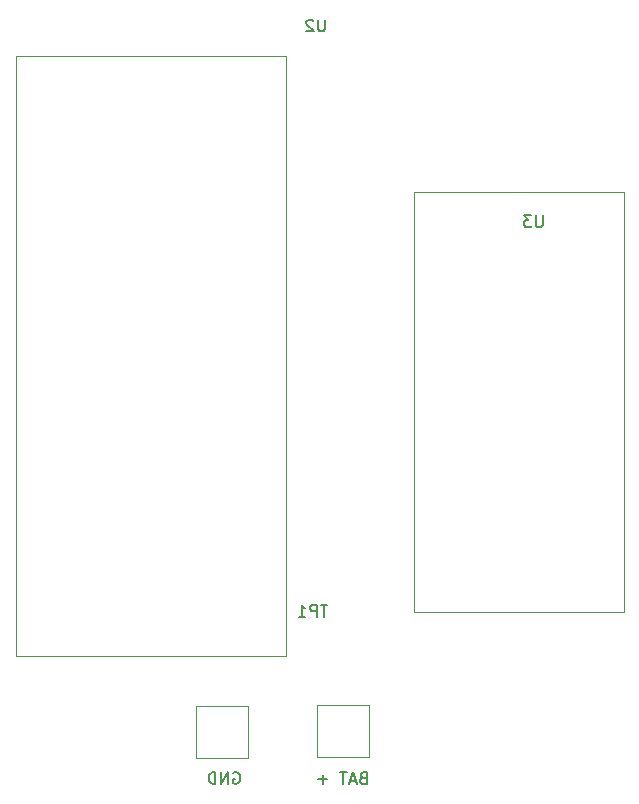
<source format=gbr>
%TF.GenerationSoftware,KiCad,Pcbnew,(6.0.7)*%
%TF.CreationDate,2022-10-02T21:12:28-04:00*%
%TF.ProjectId,Calculator,43616c63-756c-4617-946f-722e6b696361,rev?*%
%TF.SameCoordinates,Original*%
%TF.FileFunction,Legend,Bot*%
%TF.FilePolarity,Positive*%
%FSLAX46Y46*%
G04 Gerber Fmt 4.6, Leading zero omitted, Abs format (unit mm)*
G04 Created by KiCad (PCBNEW (6.0.7)) date 2022-10-02 21:12:28*
%MOMM*%
%LPD*%
G01*
G04 APERTURE LIST*
%ADD10C,0.150000*%
%ADD11C,0.120000*%
G04 APERTURE END LIST*
D10*
%TO.C,U2*%
X90511904Y-19732380D02*
X90511904Y-20541904D01*
X90464285Y-20637142D01*
X90416666Y-20684761D01*
X90321428Y-20732380D01*
X90130952Y-20732380D01*
X90035714Y-20684761D01*
X89988095Y-20637142D01*
X89940476Y-20541904D01*
X89940476Y-19732380D01*
X89511904Y-19827619D02*
X89464285Y-19780000D01*
X89369047Y-19732380D01*
X89130952Y-19732380D01*
X89035714Y-19780000D01*
X88988095Y-19827619D01*
X88940476Y-19922857D01*
X88940476Y-20018095D01*
X88988095Y-20160952D01*
X89559523Y-20732380D01*
X88940476Y-20732380D01*
%TO.C,TP1*%
X90721904Y-69292380D02*
X90150476Y-69292380D01*
X90436190Y-70292380D02*
X90436190Y-69292380D01*
X89817142Y-70292380D02*
X89817142Y-69292380D01*
X89436190Y-69292380D01*
X89340952Y-69340000D01*
X89293333Y-69387619D01*
X89245714Y-69482857D01*
X89245714Y-69625714D01*
X89293333Y-69720952D01*
X89340952Y-69768571D01*
X89436190Y-69816190D01*
X89817142Y-69816190D01*
X88293333Y-70292380D02*
X88864761Y-70292380D01*
X88579047Y-70292380D02*
X88579047Y-69292380D01*
X88674285Y-69435238D01*
X88769523Y-69530476D01*
X88864761Y-69578095D01*
X82761904Y-83500000D02*
X82857142Y-83452380D01*
X83000000Y-83452380D01*
X83142857Y-83500000D01*
X83238095Y-83595238D01*
X83285714Y-83690476D01*
X83333333Y-83880952D01*
X83333333Y-84023809D01*
X83285714Y-84214285D01*
X83238095Y-84309523D01*
X83142857Y-84404761D01*
X83000000Y-84452380D01*
X82904761Y-84452380D01*
X82761904Y-84404761D01*
X82714285Y-84357142D01*
X82714285Y-84023809D01*
X82904761Y-84023809D01*
X82285714Y-84452380D02*
X82285714Y-83452380D01*
X81714285Y-84452380D01*
X81714285Y-83452380D01*
X81238095Y-84452380D02*
X81238095Y-83452380D01*
X81000000Y-83452380D01*
X80857142Y-83500000D01*
X80761904Y-83595238D01*
X80714285Y-83690476D01*
X80666666Y-83880952D01*
X80666666Y-84023809D01*
X80714285Y-84214285D01*
X80761904Y-84309523D01*
X80857142Y-84404761D01*
X81000000Y-84452380D01*
X81238095Y-84452380D01*
X93738095Y-83928571D02*
X93595238Y-83976190D01*
X93547619Y-84023809D01*
X93500000Y-84119047D01*
X93500000Y-84261904D01*
X93547619Y-84357142D01*
X93595238Y-84404761D01*
X93690476Y-84452380D01*
X94071428Y-84452380D01*
X94071428Y-83452380D01*
X93738095Y-83452380D01*
X93642857Y-83500000D01*
X93595238Y-83547619D01*
X93547619Y-83642857D01*
X93547619Y-83738095D01*
X93595238Y-83833333D01*
X93642857Y-83880952D01*
X93738095Y-83928571D01*
X94071428Y-83928571D01*
X93119047Y-84166666D02*
X92642857Y-84166666D01*
X93214285Y-84452380D02*
X92880952Y-83452380D01*
X92547619Y-84452380D01*
X92357142Y-83452380D02*
X91785714Y-83452380D01*
X92071428Y-84452380D02*
X92071428Y-83452380D01*
X90690476Y-84071428D02*
X89928571Y-84071428D01*
X90309523Y-84452380D02*
X90309523Y-83690476D01*
%TO.C,U3*%
X108936904Y-36307380D02*
X108936904Y-37116904D01*
X108889285Y-37212142D01*
X108841666Y-37259761D01*
X108746428Y-37307380D01*
X108555952Y-37307380D01*
X108460714Y-37259761D01*
X108413095Y-37212142D01*
X108365476Y-37116904D01*
X108365476Y-36307380D01*
X107984523Y-36307380D02*
X107365476Y-36307380D01*
X107698809Y-36688333D01*
X107555952Y-36688333D01*
X107460714Y-36735952D01*
X107413095Y-36783571D01*
X107365476Y-36878809D01*
X107365476Y-37116904D01*
X107413095Y-37212142D01*
X107460714Y-37259761D01*
X107555952Y-37307380D01*
X107841666Y-37307380D01*
X107936904Y-37259761D01*
X107984523Y-37212142D01*
D11*
%TO.C,U2*%
X87210000Y-22820000D02*
X64350000Y-22820000D01*
X64350000Y-22820000D02*
X64350000Y-73620000D01*
X64350000Y-73620000D02*
X87210000Y-73620000D01*
X87210000Y-73620000D02*
X87210000Y-22820000D01*
%TO.C,TP1*%
X89800000Y-82200000D02*
X94200000Y-82200000D01*
X84000000Y-77840000D02*
X79600000Y-77840000D01*
X94200000Y-82200000D02*
X94200000Y-77800000D01*
X94200000Y-77800000D02*
X89800000Y-77800000D01*
X89800000Y-77800000D02*
X89800000Y-82200000D01*
X79600000Y-77840000D02*
X79600000Y-82240000D01*
X84000000Y-82240000D02*
X84000000Y-77840000D01*
X79600000Y-82240000D02*
X84000000Y-82240000D01*
%TO.C,U3*%
X115795000Y-34315000D02*
X98015000Y-34315000D01*
X98015000Y-34315000D02*
X98015000Y-69875000D01*
X98015000Y-69875000D02*
X115795000Y-69875000D01*
X115795000Y-69875000D02*
X115795000Y-34315000D01*
%TD*%
M02*

</source>
